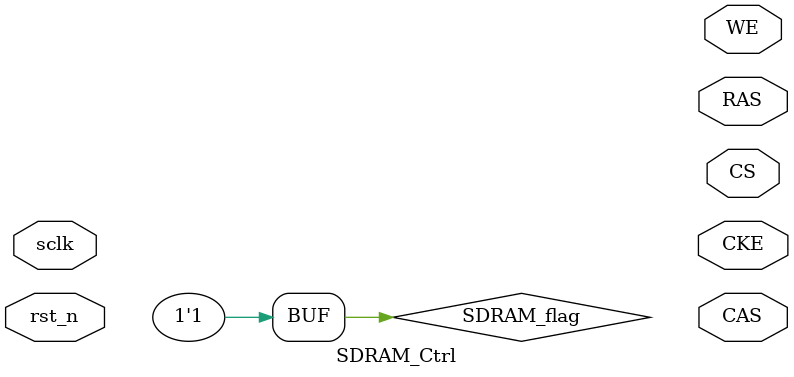
<source format=v>

module SDRAM_Ctrl(
input	wire	sclk,//133MHz 7.5ns
input	wire	rst_n,
output	reg		CKE,
output	reg		CS,//芯片选择
output	reg		RAS,//行地址选通
output	reg		CAS,//列地址选通
output	reg		WE//写允许
);

//SDRAM Command
parameter	NOP  = 5'b1_0111;//No Operation
parameter	ACT  = 5'b1_0011;//Bank Active
parameter	WR   = 5'b1_0100;//Write
parameter	RD   = 5'b1_0101;//Read
parameter	BSTP = 5'b1_0110;//Burst stop
parameter	PR   = 5'b1_0010;//Precharge Bank
parameter	AR   = 5'b1_0001;//Auto Refresh
parameter	LMR  = 5'b1_0000;//Load Mode Register

//FSM_main Steps
parameter   INIT = 4'b0001;
parameter   IDLE = 4'b0010;
parameter   WRITE= 4'b0100;
parameter	READ = 4'b1000;

//FSM_INIT Steps
parameter	IDLE_INIT = 6'b00_0001;
parameter	WAIT_INIT = 6'b00_0010;
parameter	PR_INIT   = 6'b00_0100;
parameter	AR_INIT0  = 6'b00_1000;
parameter	AR_INIT1  = 6'b01_0000;
parameter	LMR_INIT  = 6'b10_0000;

//FSM_IDLE Steps
parameter	PR_IDLE   = 5'b0_0001;
parameter	AR_IDLE0  = 5'b0_0010;
parameter	AR_IDLE1  = 5'b0_0100;
parameter	IsReady   = 5'b0_1000;
parameter	COUNT     = 5'b1_0000;

//FSM_WRITE Steps
parameter	ACT_WIRTE  = 3'b001;
parameter	WR_WRITE0  = 3'b010;
parameter	WR_WRITE1  = 3'b100;

//FSM_READ Steps
parameter	ACT_READ   = 3'b001;
parameter	RD_READ    = 3'b010;
parameter	DATA_READ  = 3'b100;

//command time interval
parameter   _100us = 13333;//100us
parameter   tRP    = 3;//20ns
parameter   tRRC   = 9;//63ns
parameter   tRCD   = 3;//20ns
parameter   tMRD   = 2;//2CLK
parameter   tDAL   = 5;//2CLK + 20ns

//time_cnt
reg cnt_flag;
reg [13:0]  time_cnt;

always @(posedge sclk or negedge rst_n)
    if(!rst_n)
        time_cnt <= 'd0;
    else if(cnt_flag == 1'b1)
        time_cnt <= time_cnt + 1'b1;
    else
        time_cnt <= 'd0;

//FSM
reg SDRAM_flag = 1'b1;//SDRAM start flag
reg state, next_state;

always @(posedge sclk or negedge rst_n)
    if(!rst_n)
        state <= IDLE_INIT;
    else
        state <= next_state;

//FSM_INIT
always @(posedge sclk or negedge rst_n)
    if(!rst_n)
        next_state <= IDLE_INIT;
    else
        case(state)
        IDLE_INIT:begin
            if(SDRAM_flag == 1'b1)  next_state <= WAIT_INIT;
            else    next_state <= IDLE_INIT;
        end
        WAIT_INIT:begin
            
        end

        endcase

always @(posedge sclk or negedge rst_n)
    if(!rst_n)begin
        ;
    end
    else
        case(state)
        IDLE_INIT:begin
            ;
        end
        WAIT_INIT:begin
            ;
        end

        default:begin
            ;
        end
        endcase


endmodule
</source>
